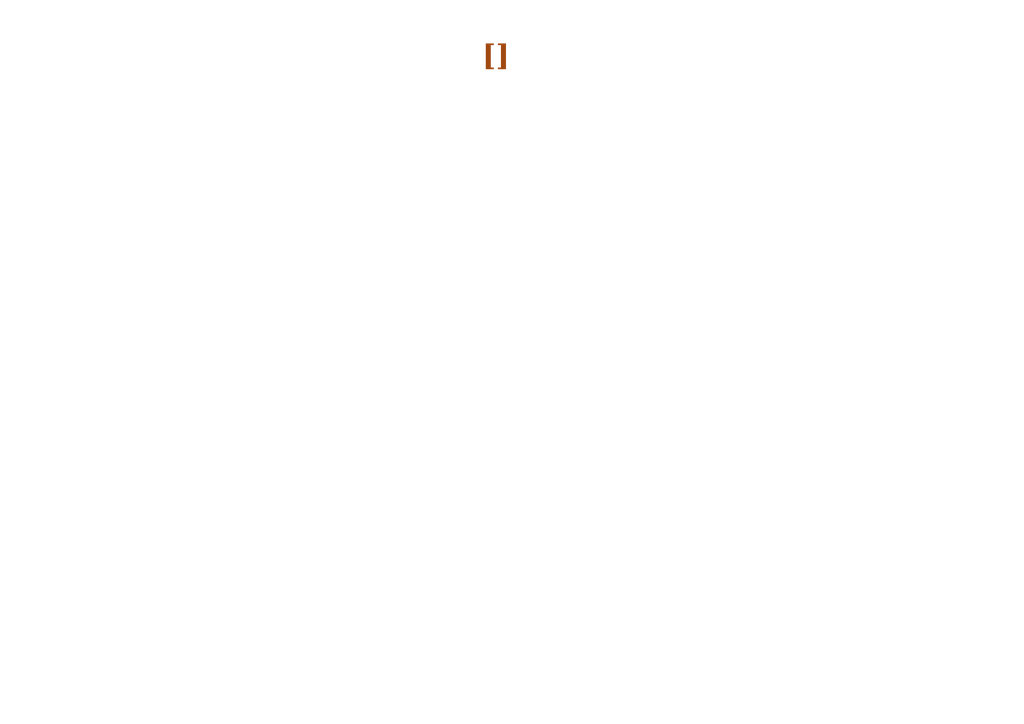
<source format=kicad_sch>
(kicad_sch
	(version 20231120)
	(generator "eeschema")
	(generator_version "8.0")
	(uuid "b7ce2658-0c16-417c-9e64-5f86ab89a607")
	(paper "A4")
	(title_block
		(title "Cell_Sentinel")
		(date "2024-11-05")
		(rev "1.0.0")
	)
	(lib_symbols)
	(text "[${#}] ${SHEETNAME}"
		(exclude_from_sim no)
		(at 145.288 18.288 0)
		(effects
			(font
				(face "Times New Roman")
				(size 6 6)
				(thickness 1.6)
				(bold yes)
				(color 159 72 15 1)
			)
		)
		(uuid "e6dceb11-c006-414c-a510-611149a2803c")
	)
)

</source>
